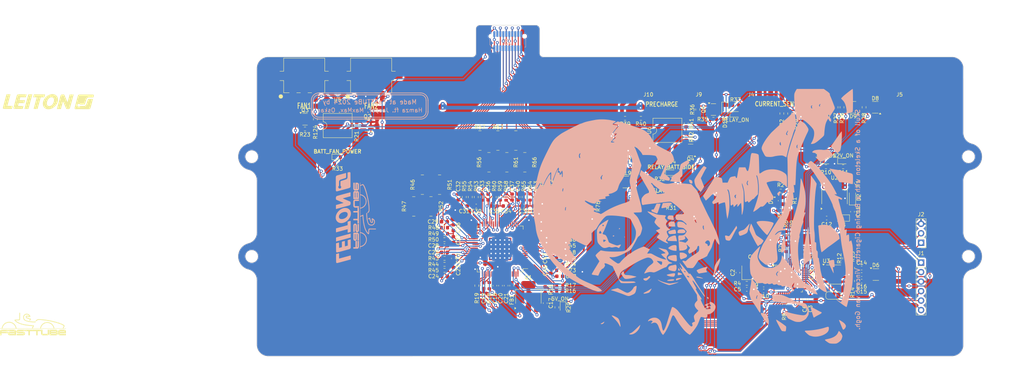
<source format=kicad_pcb>
(kicad_pcb
	(version 20240108)
	(generator "pcbnew")
	(generator_version "8.0")
	(general
		(thickness 1.6)
		(legacy_teardrops no)
	)
	(paper "A3")
	(layers
		(0 "F.Cu" signal)
		(31 "B.Cu" signal)
		(32 "B.Adhes" user "B.Adhesive")
		(33 "F.Adhes" user "F.Adhesive")
		(34 "B.Paste" user)
		(35 "F.Paste" user)
		(36 "B.SilkS" user "B.Silkscreen")
		(37 "F.SilkS" user "F.Silkscreen")
		(38 "B.Mask" user)
		(39 "F.Mask" user)
		(40 "Dwgs.User" user "User.Drawings")
		(41 "Cmts.User" user "User.Comments")
		(42 "Eco1.User" user "User.Eco1")
		(43 "Eco2.User" user "User.Eco2")
		(44 "Edge.Cuts" user)
		(45 "Margin" user)
		(46 "B.CrtYd" user "B.Courtyard")
		(47 "F.CrtYd" user "F.Courtyard")
		(48 "B.Fab" user)
		(49 "F.Fab" user)
		(50 "User.1" user)
		(51 "User.2" user)
		(52 "User.3" user)
		(53 "User.4" user)
		(54 "User.5" user)
		(55 "User.6" user)
		(56 "User.7" user)
		(57 "User.8" user)
		(58 "User.9" user)
	)
	(setup
		(stackup
			(layer "F.SilkS"
				(type "Top Silk Screen")
			)
			(layer "F.Paste"
				(type "Top Solder Paste")
			)
			(layer "F.Mask"
				(type "Top Solder Mask")
				(thickness 0.01)
			)
			(layer "F.Cu"
				(type "copper")
				(thickness 0.035)
			)
			(layer "dielectric 1"
				(type "core")
				(thickness 1.51)
				(material "FR4")
				(epsilon_r 4.5)
				(loss_tangent 0.02)
			)
			(layer "B.Cu"
				(type "copper")
				(thickness 0.035)
			)
			(layer "B.Mask"
				(type "Bottom Solder Mask")
				(thickness 0.01)
			)
			(layer "B.Paste"
				(type "Bottom Solder Paste")
			)
			(layer "B.SilkS"
				(type "Bottom Silk Screen")
			)
			(copper_finish "None")
			(dielectric_constraints no)
		)
		(pad_to_mask_clearance 0)
		(allow_soldermask_bridges_in_footprints no)
		(pcbplotparams
			(layerselection 0x00010fc_ffffffff)
			(plot_on_all_layers_selection 0x0000000_00000000)
			(disableapertmacros no)
			(usegerberextensions no)
			(usegerberattributes yes)
			(usegerberadvancedattributes yes)
			(creategerberjobfile yes)
			(dashed_line_dash_ratio 12.000000)
			(dashed_line_gap_ratio 3.000000)
			(svgprecision 4)
			(plotframeref no)
			(viasonmask no)
			(mode 1)
			(useauxorigin yes)
			(hpglpennumber 1)
			(hpglpenspeed 20)
			(hpglpendiameter 15.000000)
			(pdf_front_fp_property_popups yes)
			(pdf_back_fp_property_popups yes)
			(dxfpolygonmode yes)
			(dxfimperialunits yes)
			(dxfusepcbnewfont yes)
			(psnegative no)
			(psa4output no)
			(plotreference yes)
			(plotvalue yes)
			(plotfptext yes)
			(plotinvisibletext no)
			(sketchpadsonfab no)
			(subtractmaskfromsilk no)
			(outputformat 1)
			(mirror no)
			(drillshape 0)
			(scaleselection 1)
			(outputdirectory "./gerber")
		)
	)
	(net 0 "")
	(net 1 "GND")
	(net 2 "/Microcontroller/XTAL_2")
	(net 3 "+3V3")
	(net 4 "/CAN_Transciever/V_{ref}")
	(net 5 "/CAN_Transciever/CAN_HIGH")
	(net 6 "/CAN_Transciever/CAN_LOW")
	(net 7 "+12V")
	(net 8 "/Microcontroller/XTAL_1")
	(net 9 "/CAN_Transciever/CAN_TX")
	(net 10 "/CAN_Transciever/CAN_RX")
	(net 11 "/Microcontroller/Status_LED_R")
	(net 12 "/Microcontroller/Status_LED_G")
	(net 13 "/Microcontroller/Status_LED_B")
	(net 14 "/Input_Output/~{PWM_Battery_Cooling}")
	(net 15 "/Input_Output/RELAY_DRAIN")
	(net 16 "/Battery_Management_System_Right/Filter_Balancing_Block_6/C(n+1)_in")
	(net 17 "/Battery_Management_System_Right/TMP_SCL")
	(net 18 "/Battery_Management_System_Right/TMP_SDA")
	(net 19 "/Battery_Management_System_Right/MISO")
	(net 20 "/Battery_Management_System_Right/SCK(IPA)")
	(net 21 "/Battery_Management_System_Right/MOSI")
	(net 22 "/Microcontroller/NRST")
	(net 23 "/Microcontroller/Trace_SWO")
	(net 24 "/Microcontroller/SWDIO")
	(net 25 "/Microcontroller/SWCLK")
	(net 26 "/Microcontroller/USART_RX")
	(net 27 "/Microcontroller/USART_TX")
	(net 28 "/Input_Output/PWM_PG_Fan_2")
	(net 29 "/Input_Output/PWM_PG_Fan_1")
	(net 30 "/Input_Output/RELAY_ENABLE")
	(net 31 "/Input_Output/PRECHARGE_ENABLE")
	(net 32 "/Battery_Management_System_Right/Filter_Balancing_Block_0/C(n+1)")
	(net 33 "/Battery_Management_System_Right/Filter_Balancing_Block_0/C(n+1:n)")
	(net 34 "/Battery_Management_System_Right/Filter_Balancing_Block_0/S(n+1)P")
	(net 35 "/Battery_Management_System_Right/Filter_Balancing_Block_0/C(n+1:n)_in")
	(net 36 "/Battery_Management_System_Right/Filter_Balancing_Block_0/C(n)")
	(net 37 "/Battery_Management_System_Right/Filter_Balancing_Block_0/S(n)P")
	(net 38 "/Battery_Management_System_Right/Filter_Balancing_Block_1/C(n+1:n)")
	(net 39 "/Battery_Management_System_Right/Filter_Balancing_Block_1/C(n+1)")
	(net 40 "/Battery_Management_System_Right/Filter_Balancing_Block_1/C(n+1:n)_in")
	(net 41 "/Battery_Management_System_Right/Filter_Balancing_Block_1/S(n+1)P")
	(net 42 "/Battery_Management_System_Right/Filter_Balancing_Block_1/C(n)")
	(net 43 "/Battery_Management_System_Right/Filter_Balancing_Block_1/S(n)P")
	(net 44 "/Battery_Management_System_Right/Filter_Balancing_Block_0/C(n+1)_in")
	(net 45 "/Battery_Management_System_Right/Filter_Balancing_Block_2/C(n+1)")
	(net 46 "/Battery_Management_System_Right/Filter_Balancing_Block_2/C(n+1:n)")
	(net 47 "/Battery_Management_System_Right/Filter_Balancing_Block_2/C(n+1:n)_in")
	(net 48 "/Battery_Management_System_Right/Filter_Balancing_Block_2/S(n+1)P")
	(net 49 "/Battery_Management_System_Right/Filter_Balancing_Block_2/C(n)")
	(net 50 "/Battery_Management_System_Right/Filter_Balancing_Block_2/S(n)P")
	(net 51 "/Battery_Management_System_Right/Filter_Balancing_Block_1/C(n+1)_in")
	(net 52 "/Battery_Management_System_Right/Filter_Balancing_Block_3/C(n+1:n)")
	(net 53 "/Battery_Management_System_Right/Filter_Balancing_Block_3/C(n+1)")
	(net 54 "/Battery_Management_System_Right/Filter_Balancing_Block_3/C(n+1:n)_in")
	(net 55 "/Battery_Management_System_Right/Filter_Balancing_Block_3/S(n+1)P")
	(net 56 "/Battery_Management_System_Right/Filter_Balancing_Block_3/C(n)")
	(net 57 "/Battery_Management_System_Right/Filter_Balancing_Block_3/S(n)P")
	(net 58 "/Battery_Management_System_Right/Filter_Balancing_Block_2/C(n+1)_in")
	(net 59 "/Battery_Management_System_Right/Filter_Balancing_Block_4/C(n+1)")
	(net 60 "/Battery_Management_System_Right/Filter_Balancing_Block_4/C(n+1:n)")
	(net 61 "/Battery_Management_System_Right/Filter_Balancing_Block_4/C(n+1:n)_in")
	(net 62 "/Battery_Management_System_Right/Filter_Balancing_Block_4/S(n+1)P")
	(net 63 "/Battery_Management_System_Right/Filter_Balancing_Block_4/C(n)")
	(net 64 "/Battery_Management_System_Right/Filter_Balancing_Block_4/S(n)P")
	(net 65 "/Battery_Management_System_Right/Filter_Balancing_Block_3/C(n+1)_in")
	(net 66 "/Battery_Management_System_Right/Filter_Balancing_Block_5/C(n+1)")
	(net 67 "/Battery_Management_System_Right/Filter_Balancing_Block_5/C(n+1:n)")
	(net 68 "/Battery_Management_System_Right/Filter_Balancing_Block_5/S(n+1)P")
	(net 69 "/Battery_Management_System_Right/Filter_Balancing_Block_5/C(n+1:n)_in")
	(net 70 "/Battery_Management_System_Right/Filter_Balancing_Block_5/C(n)")
	(net 71 "/Battery_Management_System_Right/Filter_Balancing_Block_5/S(n)P")
	(net 72 "/Battery_Management_System_Right/Filter_Balancing_Block_4/C(n+1)_in")
	(net 73 "/Battery_Management_System_Right/Filter_Balancing_Block_6/C(n+1)")
	(net 74 "/Battery_Management_System_Right/Filter_Balancing_Block_6/C(n+1:n)")
	(net 75 "/Battery_Management_System_Right/Filter_Balancing_Block_6/C(n+1:n)_in")
	(net 76 "/Battery_Management_System_Right/Filter_Balancing_Block_6/S(n+1)P")
	(net 77 "/Battery_Management_System_Right/Filter_Balancing_Block_6/C(n)")
	(net 78 "/Battery_Management_System_Right/Filter_Balancing_Block_6/S(n)P")
	(net 79 "/Battery_Management_System_Right/Filter_Balancing_Block_5/C(n+1)_in")
	(net 80 "/Input_Output/60V_ENABLE")
	(net 81 "Net-(D13-A)")
	(net 82 "/Battery_Management_System_Right/~{CS}")
	(net 83 "+5V")
	(net 84 "Net-(C1-Pad2)")
	(net 85 "Net-(D2-K)")
	(net 86 "Net-(Q1-C)")
	(net 87 "Net-(U4-VREF2)")
	(net 88 "Net-(U4-DRIVE)")
	(net 89 "Net-(U4-VREG)")
	(net 90 "Net-(U4-VREF1)")
	(net 91 "Net-(D1-GK)")
	(net 92 "Net-(D1-RK)")
	(net 93 "Net-(D1-BK)")
	(net 94 "Net-(D2-A)")
	(net 95 "Net-(D4-A)")
	(net 96 "Net-(D5-A)")
	(net 97 "Net-(D7-A)")
	(net 98 "Net-(D9-K)")
	(net 99 "Net-(JP1-C)")
	(net 100 "Net-(Q1-B)")
	(net 101 "Net-(D15-A)")
	(net 102 "Net-(U3-Rs)")
	(net 103 "Net-(U4-V+)")
	(net 104 "Net-(U4-C15)")
	(net 105 "Net-(U4-IMB)")
	(net 106 "Net-(U4-IPB)")
	(net 107 "/Input_Output/V_{ref}")
	(net 108 "/Input_Output/RELAY_BAT_SIDE")
	(net 109 "Net-(Q2-D)")
	(net 110 "/Input_Output/PWM_BAT_COOLING")
	(net 111 "Net-(Q3-S)")
	(net 112 "Net-(Q4-D)")
	(net 113 "unconnected-(U4-GPIO6-Pad75)")
	(net 114 "unconnected-(U4-GPIO10-Pad71)")
	(net 115 "unconnected-(U4-GPIO7-Pad74)")
	(net 116 "unconnected-(U4-GPIO5-Pad76)")
	(net 117 "unconnected-(U4-GPIO9-Pad72)")
	(net 118 "unconnected-(U4-NC-Pad66)")
	(net 119 "unconnected-(U4-GPIO8-Pad73)")
	(net 120 "unconnected-(U4-GPIO4-Pad77)")
	(net 121 "unconnected-(U5-Pad3)")
	(net 122 "unconnected-(U6-Pad3)")
	(net 123 "Net-(D10-K)")
	(net 124 "Net-(Q5-G)")
	(net 125 "Net-(U1-BOOT0)")
	(net 126 "Net-(R21-Pad2)")
	(net 127 "Net-(D14-A)")
	(net 128 "/Input_Output/PWM_INV_COOLING")
	(net 129 "Net-(D16-A)")
	(net 130 "/Battery_Management_System_Right/CURRENT_MEASUREMENT")
	(net 131 "/Input_Output/RELAY_ESC_SIDE")
	(net 132 "/Input_Output/BAT_FAN_POWER")
	(net 133 "Net-(R34-Pad2)")
	(net 134 "Net-(R38-Pad2)")
	(net 135 "/Battery_Management_System_Right/RELAY_ESC_SIDE_VOLTAGE")
	(net 136 "unconnected-(U1-PC15-Pad4)")
	(net 137 "unconnected-(U1-PB14-Pad27)")
	(net 138 "unconnected-(U1-PB2-Pad20)")
	(net 139 "unconnected-(U1-PB15-Pad28)")
	(net 140 "unconnected-(U1-PA0-Pad10)")
	(net 141 "unconnected-(U1-PC14-Pad3)")
	(net 142 "Net-(D8-K)")
	(net 143 "unconnected-(U1-PC13-Pad2)")
	(net 144 "unconnected-(U1-PB12-Pad25)")
	(net 145 "unconnected-(U1-PA1-Pad11)")
	(net 146 "unconnected-(U1-PB13-Pad26)")
	(net 147 "unconnected-(U1-PB1-Pad19)")
	(net 148 "unconnected-(U1-PB10-Pad21)")
	(net 149 "/Battery_Management_System_Right/RELAY_BAT_SIDE_VOLTAGE")
	(footprint "Capacitor_SMD:C_0603_1608Metric" (layer "F.Cu") (at 183.75 149.905257 90))
	(footprint "Capacitor_SMD:C_0603_1608Metric" (layer "F.Cu") (at 160.05 166.330257 90))
	(footprint "Resistor_SMD:R_0603_1608Metric" (layer "F.Cu") (at 249.0625 163.693097 90))
	(footprint "Resistor_SMD:R_0603_1608Metric" (layer "F.Cu") (at 157.675 167.905257))
	(footprint "Resistor_SMD:R_0603_1608Metric" (layer "F.Cu") (at 162.95 149.905257 -90))
	(footprint "Resistor_SMD:R_0603_1608Metric" (layer "F.Cu") (at 264.3 141.8))
	(footprint "Package_DIP:SMDIP-6_W9.53mm" (layer "F.Cu") (at 129.085 130.785 90))
	(footprint "Capacitor_SMD:C_0603_1608Metric" (layer "F.Cu") (at 168.15 173.605257 -90))
	(footprint "Capacitor_SMD:C_0603_1608Metric" (layer "F.Cu") (at 254.0225 177.238098 -90))
	(footprint "Capacitor_SMD:C_0603_1608Metric" (layer "F.Cu") (at 184.6 178.293309 -90))
	(footprint "Capacitor_SMD:C_0603_1608Metric" (layer "F.Cu") (at 269.25 172.395 180))
	(footprint "Resistor_SMD:R_0603_1608Metric" (layer "F.Cu") (at 225.405 126.5 -90))
	(footprint "Capacitor_SMD:C_0603_1608Metric" (layer "F.Cu") (at 255.55 177.245 -90))
	(footprint "LED_SMD:LED_0603_1608Metric" (layer "F.Cu") (at 218.3 149.7))
	(footprint "Resistor_SMD:R_0603_1608Metric" (layer "F.Cu") (at 249.89 150.875 90))
	(footprint "Resistor_SMD:R_0603_1608Metric" (layer "F.Cu") (at 188.4875 159.705257 180))
	(footprint "Resistor_SMD:R_0603_1608Metric" (layer "F.Cu") (at 123.13 129.1 90))
	(footprint "Resistor_SMD:R_0603_1608Metric" (layer "F.Cu") (at 172.55 149.905257 -90))
	(footprint "Capacitor_SMD:C_0603_1608Metric" (layer "F.Cu") (at 162.95 152.305257))
	(footprint "Resistor_SMD:R_0603_1608Metric" (layer "F.Cu") (at 157.675 166.305257))
	(footprint "FaSTTUBe_connectors:Micro_Mate-N-Lok_2p_horizontal" (layer "F.Cu") (at 215.8 118.6 180))
	(footprint "FaSTTUBe_connectors:Micro_Mate-N-Lok_4p_horizontal" (layer "F.Cu") (at 246.41 117.4 180))
	(footprint "Resistor_SMD:R_0603_1608Metric" (layer "F.Cu") (at 269.9 125.9 -90))
	(footprint "Resistor_SMD:R_0603_1608Metric" (layer "F.Cu") (at 120.35 131.7))
	(footprint "LED_SMD:LED_0603_1608Metric" (layer "F.Cu") (at 235.505 127.78))
	(footprint "Connector_PinHeader_2.54mm:PinHeader_1x03_P2.54mm_Vertical" (layer "F.Cu") (at 285.15 162.145 180))
	(footprint "Package_TO_SOT_SMD:SOT-23-3" (layer "F.Cu") (at 273.05 170.645))
	(footprint "Capacitor_SMD:C_0603_1608Metric" (layer "F.Cu") (at 160.05 169.505257 90))
	(footprint "Resistor_SMD:R_1020_2550Metric" (layer "F.Cu") (at 188.75 146.605257 180))
	(footprint "Capacitor_SMD:C_0603_1608Metric" (layer "F.Cu") (at 178.95 152.305257))
	(footprint "Resistor_SMD:R_0603_1608Metric" (layer "F.Cu") (at 134.175 130.775 -90))
	(footprint "FaSTTUBe_connectors:Micro_Mate-N-Lok_3p_horizontal" (layer "F.Cu") (at 138.035 117.5 180))
	(footprint "Capacitor_SMD:C_0603_1608Metric" (layer "F.Cu") (at 157.65 164.705257 180))
	(footprint "Capacitor_SMD:C_0603_1608Metric" (layer "F.Cu") (at 186.05 161.305257 -90))
	(footprint "Resistor_SMD:R_0603_1608Metric" (layer "F.Cu") (at 247.625 153.5))
	(footprint "Capacitor_SMD:C_0603_1608Metric" (layer "F.Cu") (at 255.4225 167.438098))
	(footprint "Capacitor_SMD:C_0603_1608Metric" (layer "F.Cu") (at 257.3 170.645 90))
	(footprint "Resistor_SMD:R_0603_1608Metric" (layer "F.Cu") (at 188.4875 169.505257 180))
	(footprint "Capacitor_SMD:C_0603_1608Metric" (layer "F.Cu") (at 157.675 171.105257 180))
	(footprint "Package_TO_SOT_SMD:SOT-223-3_TabPin2" (layer "F.Cu") (at 262 149.9 90))
	(footprint "FaSTTUBe_logos:LeitOn_medium"
		(layer "F.Cu")
		(uuid "3dc19d76-3eeb-4972-91fe-f0ce29d50810")
		(at 51.489036 124.380187)
		(property "Reference" "G***"
			(at 0.149555 5.08 0)
			(layer "F.SilkS")
			(hide yes)
			(uuid "4687c0f1-5c67-492f-9222-d8b9da20f995")
			(effects
				(font
					(size 1.524 1.524)
					(thickness 0.3)
				)
			)
		)
		(property "Value" "LOGO"
			(at 0.75 0 0)
			(layer "F.SilkS")
			(hide yes)
			(uuid "c65ed267-d514-4e9c-8647-f738f527f1c5")
			(effects
				(font
					(size 1.524 1.524)
					(thickness 0.3)
				)
			)
		)
		(property "Footprint" "FaSTTUBe_logos:LeitOn_medium"
			(at 0 0 0)
			(unlocked yes)
			(layer "F.Fab")
			(hide yes)
			(uuid "bb4acc81-3bc3-45e1-951b-1b94d655038c")
			(effects
				(font
					(size 1.27 1.27)
					(thickness 0.15)
				)
			)
		)
		(property "Datasheet" ""
			(at 0 0 0)
			(unlocked yes)
			(layer "F.Fab")
			(hide yes)
			(uuid "9eb48524-53c3-4d87-b8e0-3d0b916890c8")
			(effects
				(font
					(size 1.27 1.27)
					(thickness 0.15)
				)
			)
		)
		(property "Description" ""
			(at 0 0 0)
			(unlocked yes)
			(layer "F.Fab")
			(hide yes)
			(uuid "9c2ce40a-d9ab-4e97-8024-5b0be4569ff2")
			(effects
				(font
					(size 1.27 1.27)
					(thickness 0.15)
				)
			)
		)
		(attr board_only exclude_from_pos_files exclude_from_bom)
		(fp_poly
			(pts
				(xy -4.458432 -1.95938) (xy -4.361459 -1.958065) (xy -4.272652 -1.95605) (xy -4.195473 -1.953338)
				(xy -4.133383 -1.949928) (xy -4.089844 -1.945821) (xy -4.068316 -1.941017) (xy -4.066701 -1.939538)
				(xy -4.069324 -1.924968) (xy -4.078497 -1.886585) (xy -4.093757 -1.826088) (xy -4.114645 -1.745179)
				(xy -4.140698 -1.645557) (xy -4.171457 -1.528921) (xy -4.206461 -1.396971) (xy -4.245247 -1.251409)
				(xy -4.287355 -1.093932) (xy -4.332325 -0.926242) (xy -4.379695 -0.750038) (xy -4.429005 -0.56702)
				(xy -4.479793 -0.378888) (xy -4.531598 -0.187341) (xy -4.58396 0.005919) (xy -4.636417 0.199194)
				(xy -4.688509 0.390783) (xy -4.739774 0.578987) (xy -4.789752 0.762106) (xy -4.837981 0.938439)
				(xy -4.884001 1.106287) (xy -4.927351 1.263951) (xy -4.967569 1.409729) (xy -5.004195 1.541923)
				(xy -5.036768 1.658831) (xy -5.064826 1.758756) (xy -5.087909 1.839996) (xy -5.105556 1.900851)
				(xy -5.117306 1.939622) (xy -5.122698 1.954609) (xy -5.132332 1.959009) (xy -5.154718 1.962619)
				(xy -5.191832 1.965502) (xy -5.245655 1.967718) (xy -5.318166 1.969329) (xy -5.411342 1.970396)
				(xy -5.527163 1.970981) (xy -5.656308 1.971145) (xy -5.770969 1.970901) (xy -5.877157 1.970206)
				(xy -5.972006 1.969112) (xy -6.052652 1.967675) (xy -6.11623 1.965948) (xy -6.159873 1.963986) (xy -6.180717 1.961842)
				(xy -6.182074 1.961223) (xy -6.179136 1.947929) (xy -6.169708 1.910795) (xy -6.154248 1.851515)
				(xy -6.133213 1.771779) (xy -6.10706 1.673279) (xy -6.076246 1.557707) (xy -6.041229 1.426754) (xy -6.002466 1.282111)
				(xy -5.960414 1.125471) (xy -5.915531 0.958524) (xy -5.868273 0.782962) (xy -5.819099 0.600477)
				(xy -5.768465 0.41276) (xy -5.716829 0.221503) (xy -5.664647 0.028398) (xy -5.612378 -0.164865)
				(xy -5.560478 -0.356594) (xy -5.509405 -0.545097) (xy -5.459616 -0.728682) (xy -5.411569 -0.905659)
				(xy -5.36572 -1.074335) (xy -5.322527 -1.23302) (xy -5.282447 -1.380021) (xy -5.245937 -1.513647)
				(xy -5.213456 -1.632206) (xy -5.185459 -1.734008) (xy -5.162405 -1.81736) (xy -5.14475 -1.880571)
				(xy -5.132952 -1.92195) (xy -5.127509 -1.9397) (xy -5.11281 -1.944695) (xy -5.075123 -1.948987)
				(xy -5.01791 -1.952576) (xy -4.944633 -1.955462) (xy -4.858752 -1.957647) (xy -4.763731 -1.959131)
				(xy -4.663029 -1.959914) (xy -4.560109 -1.959997)
			)
			(stroke
				(width 0)
				(type solid)
			)
			(fill solid)
			(layer "F.SilkS")
			(uuid "08b3566c-8acd-46fb-b338-004c74227775")
		)
		(fp_poly
			(pts
				(xy 1.506943 -1.995089) (xy 1.714926 -1.957993) (xy 1.744535 -1.950515) (xy 1.925499 -1.890183)
				(xy 2.092352 -1.807586) (xy 2.246153 -1.702138) (xy 2.340145 -1.620573) (xy 2.470422 -1.480601)
				(xy 2.578197 -1.328167) (xy 2.664099 -1.162054) (xy 2.728758 -0.981041) (xy 2.772804 -0.783909)
				(xy 2.773023 -0.782585) (xy 2.78415 -0.683185) (xy 2.788772 -0.566541) (xy 2.787157 -0.440986) (xy 2.77957 -0.314853)
				(xy 2.766278 -0.196474) (xy 2.751608 -0.112448) (xy 2.68616 0.132872) (xy 2.595279 0.371711) (xy 2.47934 0.60342)
				(xy 2.338716 0.827354) (xy 2.173783 1.042864) (xy 1.984914 1.249303) (xy 1.936674 1.296839) (xy 1.74134 1.469372)
				(xy 1.533005 1.622718) (xy 1.314342 1.755406) (xy 1.088025 1.865965) (xy 0.85673 1.952923) (xy 0.636632 2.011945)
				(xy 0.561011 2.024617) (xy 0.467997 2.034609) (xy 0.364085 2.04174) (xy 0.255772 2.045834) (xy 0.149555 2.046711)
				(xy 0.051931 2.044193) (xy -0.030606 2.038101) (xy -0.076269 2.031549) (xy -0.273011 1.981945) (xy -0.45517 1.911105)
				(xy -0.621741 1.819885) (xy -0.771719 1.709138) (xy -0.904097 1.579718) (xy -1.017872 1.432479)
				(xy -1.112037 1.268275) (xy -1.185044 1.089581) (xy -1.235481 0.898476) (xy -1.261954 0.699726)
				(xy -1.265187 0.495212) (xy -1.260984 0.449791) (xy -0.190421 0.449791) (xy -0.188284 0.557563)
				(xy -0.180186 0.646957) (xy -0.164605 0.725679) (xy -0.140019 0.801435) (xy -0.10512 0.881478) (xy -0.042009 0.984755)
				(xy 0.038547 1.06913) (xy 0.134743 1.133853) (xy 0.244773 1.178173) (xy 0.366834 1.201341) (xy 0.499118 1.202605)
				(xy 0.624196 1.184656) (xy 0.774958 1.139396) (xy 0.920075 1.069521) (xy 1.058128 0.976531) (xy 1.1877 0.861929)
				(xy 1.307371 0.727218) (xy 1.415725 0.573899) (xy 1.511343 0.403474) (xy 1.592808 0.217446) (xy 1.626526 0.122872)
				(xy 1.67372 -0.038993) (xy 1.70341 -0.189735) (xy 1.716749 -0.33699) (xy 1.715937 -0.468536) (xy 1.699395 -0.623574)
				(xy 1.665399 -0.759169) (xy 1.614177 -0.875077) (xy 1.545955 -0.971051) (xy 1.460961 -1.046845)
				(xy 1.359421 -1.102214) (xy 1.241564 -1.136911) (xy 1.107615 -1.15069) (xy 1.085729 -1.150938) (xy 0.929873 -1.137958)
				(xy 0.778448 -1.099621) (xy 0.632668 -1.036834) (xy 0.493748 -0.950502) (xy 0.362903 -0.841532)
				(xy 0.241349 -0.710828) (xy 0.130299 -0.559297) (xy 0.030969 -0.387844) (xy 0.012289 -0.350573)
				(xy -0.068968 -0.16716) (xy -0.128527 0.007719) (xy -0.167585 0.178789) (xy -0.187341 0.350778)
				(xy -0.190421 0.449791) (xy -1.260984 0.449791) (xy -1.245902 0.28681) (xy -1.204822 0.0764) (xy -1.142668 -0.134141)
				(xy -1.060164 -0.342933) (xy -0.958031 -0.548098) (xy -0.836992 -0.747757) (xy -0.69777 -0.940033)
				(xy -0.541087 -1.123046) (xy -0.367665 -1.294918) (xy -0.219286 -1.421598) (xy -0.011197 -1.574188)
				(xy 0.202036 -1.704457) (xy 0.418939 -1.812007) (xy 0.63804 -1.896442) (xy 0.857865 -1.957364) (xy 1.076939 -1.994377)
				(xy 1.2
... [2173006 chars truncated]
</source>
